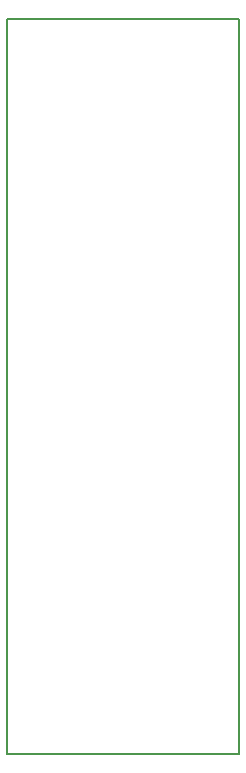
<source format=gbr>
G04 DipTrace 2.4.0.1*
%INBoardOutline.gbr*%
%MOIN*%
%ADD11C,0.0055*%
%FSLAX44Y44*%
G04*
G70*
G90*
G75*
G01*
%LNBoardOutline*%
%LPD*%
X11690Y28440D2*
D11*
X3940D1*
Y3940D1*
X11690D1*
Y28440D1*
M02*

</source>
